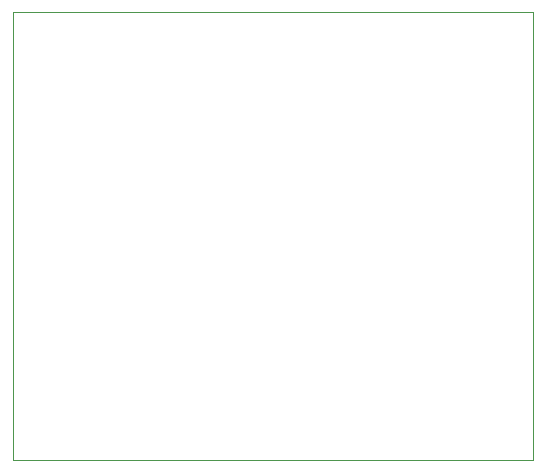
<source format=gbr>
%TF.GenerationSoftware,KiCad,Pcbnew,5.1.8-db9833491~87~ubuntu18.04.1*%
%TF.CreationDate,2020-11-08T14:36:31-03:00*%
%TF.ProjectId,DCI_TP,4443495f-5450-42e6-9b69-6361645f7063,1.0*%
%TF.SameCoordinates,Original*%
%TF.FileFunction,Profile,NP*%
%FSLAX46Y46*%
G04 Gerber Fmt 4.6, Leading zero omitted, Abs format (unit mm)*
G04 Created by KiCad (PCBNEW 5.1.8-db9833491~87~ubuntu18.04.1) date 2020-11-08 14:36:31*
%MOMM*%
%LPD*%
G01*
G04 APERTURE LIST*
%TA.AperFunction,Profile*%
%ADD10C,0.050000*%
%TD*%
G04 APERTURE END LIST*
D10*
X127000000Y-124000000D02*
X127000000Y-86000000D01*
X171000000Y-124000000D02*
X127000000Y-124000000D01*
X171000000Y-86000000D02*
X171000000Y-124000000D01*
X127000000Y-86000000D02*
X171000000Y-86000000D01*
M02*

</source>
